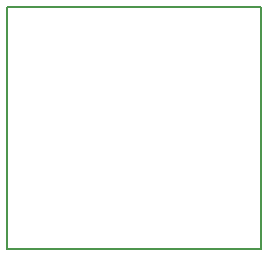
<source format=gbr>
G04 #@! TF.GenerationSoftware,KiCad,Pcbnew,(5.0.0)*
G04 #@! TF.CreationDate,2019-03-13T11:52:13+09:00*
G04 #@! TF.ProjectId,USBtoUART,555342746F554152542E6B696361645F,rev?*
G04 #@! TF.SameCoordinates,Original*
G04 #@! TF.FileFunction,Profile,NP*
%FSLAX46Y46*%
G04 Gerber Fmt 4.6, Leading zero omitted, Abs format (unit mm)*
G04 Created by KiCad (PCBNEW (5.0.0)) date 03/13/19 11:52:13*
%MOMM*%
%LPD*%
G01*
G04 APERTURE LIST*
%ADD10C,0.150000*%
G04 APERTURE END LIST*
D10*
X110500000Y-123000000D02*
X110500000Y-102500000D01*
X89000000Y-123000000D02*
X110500000Y-123000000D01*
X89000000Y-102500000D02*
X89000000Y-123000000D01*
X110500000Y-102500000D02*
X89000000Y-102500000D01*
M02*

</source>
